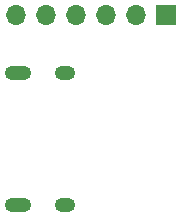
<source format=gbs>
G04 #@! TF.GenerationSoftware,KiCad,Pcbnew,5.1.7-a382d34a8~87~ubuntu20.04.1*
G04 #@! TF.CreationDate,2020-11-13T02:39:59+00:00*
G04 #@! TF.ProjectId,ILI2511-N7,494c4932-3531-4312-9d4e-372e6b696361,rev?*
G04 #@! TF.SameCoordinates,Original*
G04 #@! TF.FileFunction,Soldermask,Bot*
G04 #@! TF.FilePolarity,Negative*
%FSLAX46Y46*%
G04 Gerber Fmt 4.6, Leading zero omitted, Abs format (unit mm)*
G04 Created by KiCad (PCBNEW 5.1.7-a382d34a8~87~ubuntu20.04.1) date 2020-11-13 02:39:59*
%MOMM*%
%LPD*%
G01*
G04 APERTURE LIST*
%ADD10O,2.250000X1.250000*%
%ADD11O,1.750000X1.250000*%
%ADD12O,1.700000X1.700000*%
%ADD13R,1.700000X1.700000*%
G04 APERTURE END LIST*
D10*
X130220000Y-70900000D03*
D11*
X134220000Y-70924400D03*
X134220000Y-82100000D03*
D10*
X130220000Y-82050000D03*
D12*
X130050000Y-66000000D03*
X132590000Y-66000000D03*
X135130000Y-66000000D03*
X137670000Y-66000000D03*
X140210000Y-66000000D03*
D13*
X142750000Y-66000000D03*
M02*

</source>
